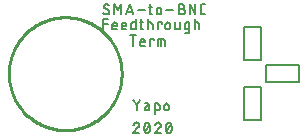
<source format=gto>
G04 EAGLE Gerber RS-274X export*
G75*
%MOMM*%
%FSLAX34Y34*%
%LPD*%
%INSilkscreen Top*%
%IPPOS*%
%AMOC8*
5,1,8,0,0,1.08239X$1,22.5*%
G01*
%ADD10C,0.127000*%
%ADD11C,0.254000*%


D10*
X86148Y126365D02*
X86234Y126367D01*
X86320Y126373D01*
X86406Y126382D01*
X86491Y126395D01*
X86576Y126412D01*
X86659Y126432D01*
X86742Y126456D01*
X86824Y126484D01*
X86904Y126515D01*
X86983Y126550D01*
X87060Y126588D01*
X87136Y126630D01*
X87210Y126674D01*
X87281Y126722D01*
X87351Y126773D01*
X87418Y126827D01*
X87483Y126884D01*
X87545Y126944D01*
X87605Y127006D01*
X87662Y127071D01*
X87716Y127138D01*
X87767Y127208D01*
X87815Y127279D01*
X87859Y127353D01*
X87901Y127429D01*
X87939Y127506D01*
X87974Y127585D01*
X88005Y127665D01*
X88033Y127747D01*
X88057Y127830D01*
X88077Y127913D01*
X88094Y127998D01*
X88107Y128083D01*
X88116Y128169D01*
X88122Y128255D01*
X88124Y128341D01*
X86148Y126365D02*
X86021Y126367D01*
X85895Y126373D01*
X85768Y126382D01*
X85642Y126396D01*
X85517Y126413D01*
X85392Y126434D01*
X85268Y126459D01*
X85144Y126488D01*
X85022Y126520D01*
X84900Y126556D01*
X84780Y126596D01*
X84661Y126639D01*
X84543Y126686D01*
X84427Y126737D01*
X84312Y126791D01*
X84199Y126848D01*
X84088Y126909D01*
X83979Y126973D01*
X83872Y127041D01*
X83766Y127111D01*
X83663Y127185D01*
X83563Y127262D01*
X83465Y127342D01*
X83369Y127425D01*
X83276Y127511D01*
X83185Y127600D01*
X83432Y133279D02*
X83434Y133365D01*
X83440Y133451D01*
X83449Y133537D01*
X83462Y133622D01*
X83479Y133707D01*
X83499Y133790D01*
X83523Y133873D01*
X83551Y133955D01*
X83582Y134035D01*
X83617Y134114D01*
X83655Y134191D01*
X83697Y134267D01*
X83741Y134341D01*
X83789Y134412D01*
X83840Y134482D01*
X83894Y134549D01*
X83951Y134614D01*
X84011Y134676D01*
X84073Y134736D01*
X84138Y134793D01*
X84205Y134847D01*
X84275Y134898D01*
X84346Y134946D01*
X84420Y134990D01*
X84496Y135032D01*
X84573Y135070D01*
X84652Y135105D01*
X84732Y135136D01*
X84814Y135164D01*
X84897Y135188D01*
X84980Y135208D01*
X85065Y135225D01*
X85150Y135238D01*
X85236Y135247D01*
X85322Y135253D01*
X85408Y135255D01*
X85527Y135253D01*
X85646Y135247D01*
X85765Y135238D01*
X85883Y135224D01*
X86001Y135207D01*
X86119Y135186D01*
X86235Y135161D01*
X86351Y135133D01*
X86466Y135101D01*
X86579Y135065D01*
X86692Y135025D01*
X86803Y134982D01*
X86913Y134936D01*
X87021Y134886D01*
X87127Y134832D01*
X87232Y134775D01*
X87334Y134715D01*
X87435Y134651D01*
X87534Y134584D01*
X87630Y134514D01*
X84420Y131551D02*
X84346Y131596D01*
X84274Y131645D01*
X84204Y131697D01*
X84137Y131752D01*
X84072Y131810D01*
X84010Y131870D01*
X83951Y131933D01*
X83894Y131999D01*
X83840Y132067D01*
X83789Y132137D01*
X83741Y132209D01*
X83696Y132284D01*
X83655Y132360D01*
X83617Y132438D01*
X83582Y132518D01*
X83551Y132599D01*
X83523Y132681D01*
X83499Y132764D01*
X83479Y132848D01*
X83462Y132934D01*
X83449Y133019D01*
X83440Y133106D01*
X83434Y133192D01*
X83432Y133279D01*
X87135Y130069D02*
X87209Y130024D01*
X87281Y129975D01*
X87351Y129923D01*
X87418Y129868D01*
X87483Y129810D01*
X87545Y129750D01*
X87605Y129687D01*
X87661Y129621D01*
X87715Y129553D01*
X87766Y129483D01*
X87814Y129411D01*
X87859Y129336D01*
X87900Y129260D01*
X87938Y129182D01*
X87973Y129102D01*
X88004Y129021D01*
X88032Y128939D01*
X88056Y128856D01*
X88076Y128772D01*
X88093Y128686D01*
X88106Y128601D01*
X88115Y128514D01*
X88121Y128428D01*
X88123Y128341D01*
X87136Y130069D02*
X84420Y131551D01*
X92445Y135255D02*
X92445Y126365D01*
X95408Y130316D02*
X92445Y135255D01*
X95408Y130316D02*
X98371Y135255D01*
X98371Y126365D01*
X102503Y126365D02*
X105466Y135255D01*
X108430Y126365D01*
X107689Y128588D02*
X103244Y128588D01*
X112257Y129822D02*
X118183Y129822D01*
X121568Y132292D02*
X124532Y132292D01*
X122556Y135255D02*
X122556Y127847D01*
X122558Y127772D01*
X122564Y127697D01*
X122573Y127623D01*
X122586Y127549D01*
X122603Y127476D01*
X122624Y127403D01*
X122648Y127332D01*
X122676Y127263D01*
X122707Y127194D01*
X122742Y127128D01*
X122780Y127063D01*
X122822Y127000D01*
X122866Y126940D01*
X122914Y126882D01*
X122964Y126826D01*
X123017Y126773D01*
X123073Y126723D01*
X123131Y126675D01*
X123191Y126631D01*
X123254Y126589D01*
X123319Y126551D01*
X123385Y126516D01*
X123454Y126485D01*
X123523Y126457D01*
X123594Y126433D01*
X123667Y126412D01*
X123740Y126395D01*
X123814Y126382D01*
X123888Y126373D01*
X123963Y126367D01*
X124038Y126365D01*
X124532Y126365D01*
X128180Y128341D02*
X128180Y130316D01*
X128179Y130316D02*
X128181Y130403D01*
X128187Y130491D01*
X128196Y130578D01*
X128210Y130664D01*
X128227Y130750D01*
X128248Y130834D01*
X128273Y130918D01*
X128302Y131001D01*
X128334Y131082D01*
X128369Y131162D01*
X128408Y131240D01*
X128451Y131317D01*
X128497Y131391D01*
X128546Y131463D01*
X128598Y131533D01*
X128654Y131601D01*
X128712Y131666D01*
X128773Y131729D01*
X128837Y131788D01*
X128904Y131845D01*
X128972Y131899D01*
X129044Y131950D01*
X129117Y131997D01*
X129192Y132042D01*
X129270Y132083D01*
X129349Y132120D01*
X129429Y132154D01*
X129511Y132184D01*
X129594Y132211D01*
X129679Y132234D01*
X129764Y132253D01*
X129850Y132268D01*
X129937Y132280D01*
X130024Y132288D01*
X130111Y132292D01*
X130199Y132292D01*
X130286Y132288D01*
X130373Y132280D01*
X130460Y132268D01*
X130546Y132253D01*
X130631Y132234D01*
X130716Y132211D01*
X130799Y132184D01*
X130881Y132154D01*
X130961Y132120D01*
X131040Y132083D01*
X131118Y132042D01*
X131193Y131997D01*
X131266Y131950D01*
X131338Y131899D01*
X131406Y131845D01*
X131473Y131788D01*
X131537Y131729D01*
X131598Y131666D01*
X131656Y131601D01*
X131712Y131533D01*
X131764Y131463D01*
X131813Y131391D01*
X131859Y131317D01*
X131902Y131240D01*
X131941Y131162D01*
X131976Y131082D01*
X132008Y131001D01*
X132037Y130918D01*
X132062Y130834D01*
X132083Y130750D01*
X132100Y130664D01*
X132114Y130578D01*
X132123Y130491D01*
X132129Y130403D01*
X132131Y130316D01*
X132131Y128341D01*
X132129Y128254D01*
X132123Y128166D01*
X132114Y128079D01*
X132100Y127993D01*
X132083Y127907D01*
X132062Y127823D01*
X132037Y127739D01*
X132008Y127656D01*
X131976Y127575D01*
X131941Y127495D01*
X131902Y127417D01*
X131859Y127340D01*
X131813Y127266D01*
X131764Y127194D01*
X131712Y127124D01*
X131656Y127056D01*
X131598Y126991D01*
X131537Y126928D01*
X131473Y126869D01*
X131406Y126812D01*
X131338Y126758D01*
X131266Y126707D01*
X131193Y126660D01*
X131118Y126615D01*
X131040Y126574D01*
X130961Y126537D01*
X130881Y126503D01*
X130799Y126473D01*
X130716Y126446D01*
X130631Y126423D01*
X130546Y126404D01*
X130460Y126389D01*
X130373Y126377D01*
X130286Y126369D01*
X130199Y126365D01*
X130111Y126365D01*
X130024Y126369D01*
X129937Y126377D01*
X129850Y126389D01*
X129764Y126404D01*
X129679Y126423D01*
X129594Y126446D01*
X129511Y126473D01*
X129429Y126503D01*
X129349Y126537D01*
X129270Y126574D01*
X129192Y126615D01*
X129117Y126660D01*
X129044Y126707D01*
X128972Y126758D01*
X128904Y126812D01*
X128837Y126869D01*
X128773Y126928D01*
X128712Y126991D01*
X128654Y127056D01*
X128598Y127124D01*
X128546Y127194D01*
X128497Y127266D01*
X128451Y127340D01*
X128408Y127417D01*
X128369Y127495D01*
X128334Y127575D01*
X128302Y127656D01*
X128273Y127739D01*
X128248Y127823D01*
X128227Y127907D01*
X128210Y127993D01*
X128196Y128079D01*
X128187Y128166D01*
X128181Y128254D01*
X128179Y128341D01*
X136336Y129822D02*
X142262Y129822D01*
X147062Y131304D02*
X149531Y131304D01*
X149531Y131303D02*
X149629Y131301D01*
X149727Y131295D01*
X149825Y131285D01*
X149922Y131272D01*
X150019Y131254D01*
X150115Y131233D01*
X150209Y131208D01*
X150303Y131179D01*
X150396Y131147D01*
X150487Y131110D01*
X150577Y131071D01*
X150665Y131027D01*
X150751Y130980D01*
X150836Y130930D01*
X150918Y130877D01*
X150998Y130820D01*
X151076Y130760D01*
X151151Y130697D01*
X151224Y130631D01*
X151294Y130562D01*
X151361Y130491D01*
X151426Y130417D01*
X151487Y130340D01*
X151546Y130261D01*
X151601Y130180D01*
X151653Y130097D01*
X151701Y130011D01*
X151746Y129924D01*
X151788Y129835D01*
X151826Y129745D01*
X151860Y129653D01*
X151891Y129560D01*
X151918Y129465D01*
X151941Y129370D01*
X151961Y129273D01*
X151976Y129177D01*
X151988Y129079D01*
X151996Y128981D01*
X152000Y128883D01*
X152000Y128785D01*
X151996Y128687D01*
X151988Y128589D01*
X151976Y128491D01*
X151961Y128395D01*
X151941Y128298D01*
X151918Y128203D01*
X151891Y128108D01*
X151860Y128015D01*
X151826Y127923D01*
X151788Y127833D01*
X151746Y127744D01*
X151701Y127657D01*
X151653Y127571D01*
X151601Y127488D01*
X151546Y127407D01*
X151487Y127328D01*
X151426Y127251D01*
X151361Y127177D01*
X151294Y127106D01*
X151224Y127037D01*
X151151Y126971D01*
X151076Y126908D01*
X150998Y126848D01*
X150918Y126791D01*
X150836Y126738D01*
X150751Y126688D01*
X150665Y126641D01*
X150577Y126597D01*
X150487Y126558D01*
X150396Y126521D01*
X150303Y126489D01*
X150209Y126460D01*
X150115Y126435D01*
X150019Y126414D01*
X149922Y126396D01*
X149825Y126383D01*
X149727Y126373D01*
X149629Y126367D01*
X149531Y126365D01*
X147062Y126365D01*
X147062Y135255D01*
X149531Y135255D01*
X149618Y135253D01*
X149706Y135247D01*
X149793Y135238D01*
X149879Y135224D01*
X149965Y135207D01*
X150049Y135186D01*
X150133Y135161D01*
X150216Y135132D01*
X150297Y135100D01*
X150377Y135065D01*
X150455Y135026D01*
X150532Y134983D01*
X150606Y134937D01*
X150678Y134888D01*
X150748Y134836D01*
X150816Y134780D01*
X150881Y134722D01*
X150944Y134661D01*
X151003Y134597D01*
X151060Y134530D01*
X151114Y134462D01*
X151165Y134390D01*
X151212Y134317D01*
X151257Y134242D01*
X151298Y134164D01*
X151335Y134085D01*
X151369Y134005D01*
X151399Y133923D01*
X151426Y133840D01*
X151449Y133755D01*
X151468Y133670D01*
X151483Y133584D01*
X151495Y133497D01*
X151503Y133410D01*
X151507Y133323D01*
X151507Y133235D01*
X151503Y133148D01*
X151495Y133061D01*
X151483Y132974D01*
X151468Y132888D01*
X151449Y132803D01*
X151426Y132718D01*
X151399Y132635D01*
X151369Y132553D01*
X151335Y132473D01*
X151298Y132394D01*
X151257Y132316D01*
X151212Y132241D01*
X151165Y132168D01*
X151114Y132096D01*
X151060Y132028D01*
X151003Y131961D01*
X150944Y131897D01*
X150881Y131836D01*
X150816Y131778D01*
X150748Y131722D01*
X150678Y131670D01*
X150606Y131621D01*
X150532Y131575D01*
X150455Y131532D01*
X150377Y131493D01*
X150297Y131458D01*
X150216Y131426D01*
X150133Y131397D01*
X150049Y131372D01*
X149965Y131351D01*
X149879Y131334D01*
X149793Y131320D01*
X149706Y131311D01*
X149618Y131305D01*
X149531Y131303D01*
X156032Y135255D02*
X156032Y126365D01*
X160971Y126365D02*
X156032Y135255D01*
X160971Y135255D02*
X160971Y126365D01*
X167422Y126365D02*
X169398Y126365D01*
X167422Y126365D02*
X167336Y126367D01*
X167250Y126373D01*
X167164Y126382D01*
X167079Y126395D01*
X166994Y126412D01*
X166911Y126432D01*
X166828Y126456D01*
X166746Y126484D01*
X166666Y126515D01*
X166587Y126550D01*
X166510Y126588D01*
X166434Y126630D01*
X166360Y126674D01*
X166289Y126722D01*
X166219Y126773D01*
X166152Y126827D01*
X166087Y126884D01*
X166025Y126944D01*
X165965Y127006D01*
X165908Y127071D01*
X165854Y127138D01*
X165803Y127208D01*
X165755Y127279D01*
X165711Y127353D01*
X165669Y127429D01*
X165631Y127506D01*
X165596Y127585D01*
X165565Y127665D01*
X165537Y127747D01*
X165513Y127830D01*
X165493Y127913D01*
X165476Y127998D01*
X165463Y128083D01*
X165454Y128169D01*
X165448Y128255D01*
X165446Y128341D01*
X165447Y128341D02*
X165447Y133279D01*
X165446Y133279D02*
X165448Y133368D01*
X165454Y133456D01*
X165464Y133544D01*
X165478Y133632D01*
X165496Y133719D01*
X165517Y133805D01*
X165543Y133890D01*
X165572Y133973D01*
X165605Y134056D01*
X165642Y134136D01*
X165682Y134215D01*
X165726Y134292D01*
X165773Y134368D01*
X165823Y134440D01*
X165877Y134511D01*
X165934Y134579D01*
X165994Y134645D01*
X166056Y134707D01*
X166122Y134767D01*
X166190Y134824D01*
X166261Y134878D01*
X166333Y134928D01*
X166408Y134975D01*
X166486Y135019D01*
X166565Y135059D01*
X166645Y135096D01*
X166728Y135129D01*
X166811Y135158D01*
X166896Y135184D01*
X166982Y135205D01*
X167069Y135223D01*
X167157Y135237D01*
X167245Y135247D01*
X167333Y135253D01*
X167422Y135255D01*
X169398Y135255D01*
X83185Y122555D02*
X83185Y113665D01*
X83185Y122555D02*
X87136Y122555D01*
X87136Y118604D02*
X83185Y118604D01*
X92148Y113665D02*
X94617Y113665D01*
X92148Y113665D02*
X92073Y113667D01*
X91998Y113673D01*
X91924Y113682D01*
X91850Y113695D01*
X91777Y113712D01*
X91704Y113733D01*
X91633Y113757D01*
X91564Y113785D01*
X91495Y113816D01*
X91429Y113851D01*
X91364Y113889D01*
X91301Y113931D01*
X91241Y113975D01*
X91183Y114023D01*
X91127Y114073D01*
X91074Y114126D01*
X91024Y114182D01*
X90976Y114240D01*
X90932Y114300D01*
X90890Y114363D01*
X90852Y114428D01*
X90817Y114494D01*
X90786Y114563D01*
X90758Y114632D01*
X90734Y114703D01*
X90713Y114776D01*
X90696Y114849D01*
X90683Y114923D01*
X90674Y114997D01*
X90668Y115072D01*
X90666Y115147D01*
X90666Y117616D01*
X90668Y117703D01*
X90674Y117791D01*
X90683Y117878D01*
X90697Y117964D01*
X90714Y118050D01*
X90735Y118134D01*
X90760Y118218D01*
X90789Y118301D01*
X90821Y118382D01*
X90856Y118462D01*
X90895Y118540D01*
X90938Y118617D01*
X90984Y118691D01*
X91033Y118763D01*
X91085Y118833D01*
X91141Y118901D01*
X91199Y118966D01*
X91260Y119029D01*
X91324Y119088D01*
X91391Y119145D01*
X91459Y119199D01*
X91531Y119250D01*
X91604Y119297D01*
X91679Y119342D01*
X91757Y119383D01*
X91836Y119420D01*
X91916Y119454D01*
X91998Y119484D01*
X92081Y119511D01*
X92166Y119534D01*
X92251Y119553D01*
X92337Y119568D01*
X92424Y119580D01*
X92511Y119588D01*
X92598Y119592D01*
X92686Y119592D01*
X92773Y119588D01*
X92860Y119580D01*
X92947Y119568D01*
X93033Y119553D01*
X93118Y119534D01*
X93203Y119511D01*
X93286Y119484D01*
X93368Y119454D01*
X93448Y119420D01*
X93527Y119383D01*
X93605Y119342D01*
X93680Y119297D01*
X93753Y119250D01*
X93825Y119199D01*
X93893Y119145D01*
X93960Y119088D01*
X94024Y119029D01*
X94085Y118966D01*
X94143Y118901D01*
X94199Y118833D01*
X94251Y118763D01*
X94300Y118691D01*
X94346Y118617D01*
X94389Y118540D01*
X94428Y118462D01*
X94463Y118382D01*
X94495Y118301D01*
X94524Y118218D01*
X94549Y118134D01*
X94570Y118050D01*
X94587Y117964D01*
X94601Y117878D01*
X94610Y117791D01*
X94616Y117703D01*
X94618Y117616D01*
X94617Y117616D02*
X94617Y116628D01*
X90666Y116628D01*
X100073Y113665D02*
X102542Y113665D01*
X100073Y113665D02*
X99998Y113667D01*
X99923Y113673D01*
X99849Y113682D01*
X99775Y113695D01*
X99702Y113712D01*
X99629Y113733D01*
X99558Y113757D01*
X99489Y113785D01*
X99420Y113816D01*
X99354Y113851D01*
X99289Y113889D01*
X99226Y113931D01*
X99166Y113975D01*
X99108Y114023D01*
X99052Y114073D01*
X98999Y114126D01*
X98949Y114182D01*
X98901Y114240D01*
X98857Y114300D01*
X98815Y114363D01*
X98777Y114428D01*
X98742Y114494D01*
X98711Y114563D01*
X98683Y114632D01*
X98659Y114703D01*
X98638Y114776D01*
X98621Y114849D01*
X98608Y114923D01*
X98599Y114997D01*
X98593Y115072D01*
X98591Y115147D01*
X98591Y117616D01*
X98590Y117616D02*
X98592Y117703D01*
X98598Y117791D01*
X98607Y117878D01*
X98621Y117964D01*
X98638Y118050D01*
X98659Y118134D01*
X98684Y118218D01*
X98713Y118301D01*
X98745Y118382D01*
X98780Y118462D01*
X98819Y118540D01*
X98862Y118617D01*
X98908Y118691D01*
X98957Y118763D01*
X99009Y118833D01*
X99065Y118901D01*
X99123Y118966D01*
X99184Y119029D01*
X99248Y119088D01*
X99315Y119145D01*
X99383Y119199D01*
X99455Y119250D01*
X99528Y119297D01*
X99603Y119342D01*
X99681Y119383D01*
X99760Y119420D01*
X99840Y119454D01*
X99922Y119484D01*
X100005Y119511D01*
X100090Y119534D01*
X100175Y119553D01*
X100261Y119568D01*
X100348Y119580D01*
X100435Y119588D01*
X100522Y119592D01*
X100610Y119592D01*
X100697Y119588D01*
X100784Y119580D01*
X100871Y119568D01*
X100957Y119553D01*
X101042Y119534D01*
X101127Y119511D01*
X101210Y119484D01*
X101292Y119454D01*
X101372Y119420D01*
X101451Y119383D01*
X101529Y119342D01*
X101604Y119297D01*
X101677Y119250D01*
X101749Y119199D01*
X101817Y119145D01*
X101884Y119088D01*
X101948Y119029D01*
X102009Y118966D01*
X102067Y118901D01*
X102123Y118833D01*
X102175Y118763D01*
X102224Y118691D01*
X102270Y118617D01*
X102313Y118540D01*
X102352Y118462D01*
X102387Y118382D01*
X102419Y118301D01*
X102448Y118218D01*
X102473Y118134D01*
X102494Y118050D01*
X102511Y117964D01*
X102525Y117878D01*
X102534Y117791D01*
X102540Y117703D01*
X102542Y117616D01*
X102542Y116628D01*
X98591Y116628D01*
X110406Y113665D02*
X110406Y122555D01*
X110406Y113665D02*
X107937Y113665D01*
X107862Y113667D01*
X107787Y113673D01*
X107713Y113682D01*
X107639Y113695D01*
X107566Y113712D01*
X107493Y113733D01*
X107422Y113757D01*
X107353Y113785D01*
X107284Y113816D01*
X107218Y113851D01*
X107153Y113889D01*
X107090Y113931D01*
X107030Y113975D01*
X106972Y114023D01*
X106916Y114073D01*
X106863Y114126D01*
X106813Y114182D01*
X106765Y114240D01*
X106721Y114300D01*
X106679Y114363D01*
X106641Y114428D01*
X106606Y114494D01*
X106575Y114563D01*
X106547Y114632D01*
X106523Y114703D01*
X106502Y114776D01*
X106485Y114849D01*
X106472Y114923D01*
X106463Y114997D01*
X106457Y115072D01*
X106455Y115147D01*
X106455Y118110D01*
X106457Y118185D01*
X106463Y118260D01*
X106472Y118334D01*
X106485Y118408D01*
X106502Y118481D01*
X106523Y118554D01*
X106547Y118625D01*
X106575Y118694D01*
X106606Y118763D01*
X106641Y118829D01*
X106679Y118894D01*
X106721Y118957D01*
X106765Y119017D01*
X106813Y119075D01*
X106863Y119131D01*
X106916Y119184D01*
X106972Y119234D01*
X107030Y119282D01*
X107090Y119326D01*
X107153Y119368D01*
X107218Y119406D01*
X107284Y119441D01*
X107353Y119472D01*
X107422Y119500D01*
X107493Y119524D01*
X107566Y119545D01*
X107639Y119562D01*
X107713Y119575D01*
X107787Y119584D01*
X107862Y119590D01*
X107937Y119592D01*
X110406Y119592D01*
X113925Y119592D02*
X116889Y119592D01*
X114913Y122555D02*
X114913Y115147D01*
X114915Y115072D01*
X114921Y114997D01*
X114930Y114923D01*
X114943Y114849D01*
X114960Y114776D01*
X114981Y114703D01*
X115005Y114632D01*
X115033Y114563D01*
X115064Y114494D01*
X115099Y114428D01*
X115137Y114363D01*
X115179Y114300D01*
X115223Y114240D01*
X115271Y114182D01*
X115321Y114126D01*
X115374Y114073D01*
X115430Y114023D01*
X115488Y113975D01*
X115548Y113931D01*
X115611Y113889D01*
X115676Y113851D01*
X115742Y113816D01*
X115811Y113785D01*
X115880Y113757D01*
X115951Y113733D01*
X116024Y113712D01*
X116097Y113695D01*
X116171Y113682D01*
X116245Y113673D01*
X116320Y113667D01*
X116395Y113665D01*
X116889Y113665D01*
X120841Y113665D02*
X120841Y122555D01*
X120841Y119592D02*
X123311Y119592D01*
X123386Y119590D01*
X123461Y119584D01*
X123535Y119575D01*
X123609Y119562D01*
X123682Y119545D01*
X123755Y119524D01*
X123826Y119500D01*
X123895Y119472D01*
X123964Y119441D01*
X124030Y119406D01*
X124095Y119368D01*
X124158Y119326D01*
X124218Y119282D01*
X124276Y119234D01*
X124332Y119184D01*
X124385Y119131D01*
X124435Y119075D01*
X124483Y119017D01*
X124527Y118957D01*
X124569Y118894D01*
X124607Y118829D01*
X124642Y118763D01*
X124673Y118694D01*
X124701Y118625D01*
X124725Y118554D01*
X124746Y118481D01*
X124763Y118408D01*
X124776Y118334D01*
X124785Y118260D01*
X124791Y118185D01*
X124793Y118110D01*
X124792Y118110D02*
X124792Y113665D01*
X129444Y113665D02*
X129444Y119592D01*
X132407Y119592D01*
X132407Y118604D01*
X135472Y117616D02*
X135472Y115641D01*
X135471Y117616D02*
X135473Y117703D01*
X135479Y117791D01*
X135488Y117878D01*
X135502Y117964D01*
X135519Y118050D01*
X135540Y118134D01*
X135565Y118218D01*
X135594Y118301D01*
X135626Y118382D01*
X135661Y118462D01*
X135700Y118540D01*
X135743Y118617D01*
X135789Y118691D01*
X135838Y118763D01*
X135890Y118833D01*
X135946Y118901D01*
X136004Y118966D01*
X136065Y119029D01*
X136129Y119088D01*
X136196Y119145D01*
X136264Y119199D01*
X136336Y119250D01*
X136409Y119297D01*
X136484Y119342D01*
X136562Y119383D01*
X136641Y119420D01*
X136721Y119454D01*
X136803Y119484D01*
X136886Y119511D01*
X136971Y119534D01*
X137056Y119553D01*
X137142Y119568D01*
X137229Y119580D01*
X137316Y119588D01*
X137403Y119592D01*
X137491Y119592D01*
X137578Y119588D01*
X137665Y119580D01*
X137752Y119568D01*
X137838Y119553D01*
X137923Y119534D01*
X138008Y119511D01*
X138091Y119484D01*
X138173Y119454D01*
X138253Y119420D01*
X138332Y119383D01*
X138410Y119342D01*
X138485Y119297D01*
X138558Y119250D01*
X138630Y119199D01*
X138698Y119145D01*
X138765Y119088D01*
X138829Y119029D01*
X138890Y118966D01*
X138948Y118901D01*
X139004Y118833D01*
X139056Y118763D01*
X139105Y118691D01*
X139151Y118617D01*
X139194Y118540D01*
X139233Y118462D01*
X139268Y118382D01*
X139300Y118301D01*
X139329Y118218D01*
X139354Y118134D01*
X139375Y118050D01*
X139392Y117964D01*
X139406Y117878D01*
X139415Y117791D01*
X139421Y117703D01*
X139423Y117616D01*
X139423Y115641D01*
X139421Y115554D01*
X139415Y115466D01*
X139406Y115379D01*
X139392Y115293D01*
X139375Y115207D01*
X139354Y115123D01*
X139329Y115039D01*
X139300Y114956D01*
X139268Y114875D01*
X139233Y114795D01*
X139194Y114717D01*
X139151Y114640D01*
X139105Y114566D01*
X139056Y114494D01*
X139004Y114424D01*
X138948Y114356D01*
X138890Y114291D01*
X138829Y114228D01*
X138765Y114169D01*
X138698Y114112D01*
X138630Y114058D01*
X138558Y114007D01*
X138485Y113960D01*
X138410Y113915D01*
X138332Y113874D01*
X138253Y113837D01*
X138173Y113803D01*
X138091Y113773D01*
X138008Y113746D01*
X137923Y113723D01*
X137838Y113704D01*
X137752Y113689D01*
X137665Y113677D01*
X137578Y113669D01*
X137491Y113665D01*
X137403Y113665D01*
X137316Y113669D01*
X137229Y113677D01*
X137142Y113689D01*
X137056Y113704D01*
X136971Y113723D01*
X136886Y113746D01*
X136803Y113773D01*
X136721Y113803D01*
X136641Y113837D01*
X136562Y113874D01*
X136484Y113915D01*
X136409Y113960D01*
X136336Y114007D01*
X136264Y114058D01*
X136196Y114112D01*
X136129Y114169D01*
X136065Y114228D01*
X136004Y114291D01*
X135946Y114356D01*
X135890Y114424D01*
X135838Y114494D01*
X135789Y114566D01*
X135743Y114640D01*
X135700Y114717D01*
X135661Y114795D01*
X135626Y114875D01*
X135594Y114956D01*
X135565Y115039D01*
X135540Y115123D01*
X135519Y115207D01*
X135502Y115293D01*
X135488Y115379D01*
X135479Y115466D01*
X135473Y115554D01*
X135471Y115641D01*
X143701Y115147D02*
X143701Y119592D01*
X143701Y115147D02*
X143703Y115072D01*
X143709Y114997D01*
X143718Y114923D01*
X143731Y114849D01*
X143748Y114776D01*
X143769Y114703D01*
X143793Y114632D01*
X143821Y114563D01*
X143852Y114494D01*
X143887Y114428D01*
X143925Y114363D01*
X143967Y114300D01*
X144011Y114240D01*
X144059Y114182D01*
X144109Y114126D01*
X144162Y114073D01*
X144218Y114023D01*
X144276Y113975D01*
X144336Y113931D01*
X144399Y113889D01*
X144464Y113851D01*
X144530Y113816D01*
X144599Y113785D01*
X144668Y113757D01*
X144739Y113733D01*
X144812Y113712D01*
X144885Y113695D01*
X144959Y113682D01*
X145033Y113673D01*
X145108Y113667D01*
X145183Y113665D01*
X147652Y113665D01*
X147652Y119592D01*
X153352Y113665D02*
X155821Y113665D01*
X153352Y113665D02*
X153277Y113667D01*
X153202Y113673D01*
X153128Y113682D01*
X153054Y113695D01*
X152981Y113712D01*
X152908Y113733D01*
X152837Y113757D01*
X152768Y113785D01*
X152699Y113816D01*
X152633Y113851D01*
X152568Y113889D01*
X152505Y113931D01*
X152445Y113975D01*
X152387Y114023D01*
X152331Y114073D01*
X152278Y114126D01*
X152228Y114182D01*
X152180Y114240D01*
X152136Y114300D01*
X152094Y114363D01*
X152056Y114428D01*
X152021Y114494D01*
X151990Y114563D01*
X151962Y114632D01*
X151938Y114703D01*
X151917Y114776D01*
X151900Y114849D01*
X151887Y114923D01*
X151878Y114997D01*
X151872Y115072D01*
X151870Y115147D01*
X151870Y118110D01*
X151872Y118185D01*
X151878Y118260D01*
X151887Y118334D01*
X151900Y118408D01*
X151917Y118481D01*
X151938Y118554D01*
X151962Y118625D01*
X151990Y118694D01*
X152021Y118763D01*
X152056Y118829D01*
X152094Y118894D01*
X152136Y118957D01*
X152180Y119017D01*
X152228Y119075D01*
X152278Y119131D01*
X152331Y119184D01*
X152387Y119234D01*
X152445Y119282D01*
X152505Y119326D01*
X152568Y119368D01*
X152633Y119406D01*
X152699Y119441D01*
X152768Y119472D01*
X152837Y119500D01*
X152908Y119524D01*
X152981Y119545D01*
X153054Y119562D01*
X153128Y119575D01*
X153202Y119584D01*
X153277Y119590D01*
X153352Y119592D01*
X155821Y119592D01*
X155821Y112183D01*
X155822Y112183D02*
X155820Y112108D01*
X155814Y112033D01*
X155805Y111959D01*
X155792Y111885D01*
X155775Y111812D01*
X155754Y111739D01*
X155730Y111668D01*
X155702Y111599D01*
X155671Y111530D01*
X155636Y111464D01*
X155598Y111399D01*
X155556Y111336D01*
X155512Y111276D01*
X155464Y111218D01*
X155414Y111162D01*
X155361Y111109D01*
X155305Y111059D01*
X155247Y111011D01*
X155187Y110967D01*
X155124Y110925D01*
X155059Y110887D01*
X154993Y110852D01*
X154924Y110821D01*
X154855Y110793D01*
X154784Y110769D01*
X154711Y110748D01*
X154638Y110731D01*
X154564Y110718D01*
X154490Y110709D01*
X154415Y110703D01*
X154340Y110701D01*
X154340Y110702D02*
X152364Y110702D01*
X160465Y113665D02*
X160465Y122555D01*
X160465Y119592D02*
X162934Y119592D01*
X163009Y119590D01*
X163084Y119584D01*
X163158Y119575D01*
X163232Y119562D01*
X163305Y119545D01*
X163378Y119524D01*
X163449Y119500D01*
X163518Y119472D01*
X163587Y119441D01*
X163653Y119406D01*
X163718Y119368D01*
X163781Y119326D01*
X163841Y119282D01*
X163899Y119234D01*
X163955Y119184D01*
X164008Y119131D01*
X164058Y119075D01*
X164106Y119017D01*
X164150Y118957D01*
X164192Y118894D01*
X164230Y118829D01*
X164265Y118763D01*
X164296Y118694D01*
X164324Y118625D01*
X164348Y118554D01*
X164369Y118481D01*
X164386Y118408D01*
X164399Y118334D01*
X164408Y118260D01*
X164414Y118185D01*
X164416Y118110D01*
X164416Y113665D01*
X108514Y108585D02*
X108514Y99695D01*
X106045Y108585D02*
X110984Y108585D01*
X115945Y99695D02*
X118415Y99695D01*
X115945Y99695D02*
X115870Y99697D01*
X115795Y99703D01*
X115721Y99712D01*
X115647Y99725D01*
X115574Y99742D01*
X115501Y99763D01*
X115430Y99787D01*
X115361Y99815D01*
X115292Y99846D01*
X115226Y99881D01*
X115161Y99919D01*
X115098Y99961D01*
X115038Y100005D01*
X114980Y100053D01*
X114924Y100103D01*
X114871Y100156D01*
X114821Y100212D01*
X114773Y100270D01*
X114729Y100330D01*
X114687Y100393D01*
X114649Y100458D01*
X114614Y100524D01*
X114583Y100593D01*
X114555Y100662D01*
X114531Y100733D01*
X114510Y100806D01*
X114493Y100879D01*
X114480Y100953D01*
X114471Y101027D01*
X114465Y101102D01*
X114463Y101177D01*
X114464Y101177D02*
X114464Y103646D01*
X114463Y103646D02*
X114465Y103733D01*
X114471Y103821D01*
X114480Y103908D01*
X114494Y103994D01*
X114511Y104080D01*
X114532Y104164D01*
X114557Y104248D01*
X114586Y104331D01*
X114618Y104412D01*
X114653Y104492D01*
X114692Y104570D01*
X114735Y104647D01*
X114781Y104721D01*
X114830Y104793D01*
X114882Y104863D01*
X114938Y104931D01*
X114996Y104996D01*
X115057Y105059D01*
X115121Y105118D01*
X115188Y105175D01*
X115256Y105229D01*
X115328Y105280D01*
X115401Y105327D01*
X115476Y105372D01*
X115554Y105413D01*
X115633Y105450D01*
X115713Y105484D01*
X115795Y105514D01*
X115878Y105541D01*
X115963Y105564D01*
X116048Y105583D01*
X116134Y105598D01*
X116221Y105610D01*
X116308Y105618D01*
X116395Y105622D01*
X116483Y105622D01*
X116570Y105618D01*
X116657Y105610D01*
X116744Y105598D01*
X116830Y105583D01*
X116915Y105564D01*
X117000Y105541D01*
X117083Y105514D01*
X117165Y105484D01*
X117245Y105450D01*
X117324Y105413D01*
X117402Y105372D01*
X117477Y105327D01*
X117550Y105280D01*
X117622Y105229D01*
X117690Y105175D01*
X117757Y105118D01*
X117821Y105059D01*
X117882Y104996D01*
X117940Y104931D01*
X117996Y104863D01*
X118048Y104793D01*
X118097Y104721D01*
X118143Y104647D01*
X118186Y104570D01*
X118225Y104492D01*
X118260Y104412D01*
X118292Y104331D01*
X118321Y104248D01*
X118346Y104164D01*
X118367Y104080D01*
X118384Y103994D01*
X118398Y103908D01*
X118407Y103821D01*
X118413Y103733D01*
X118415Y103646D01*
X118415Y102658D01*
X114464Y102658D01*
X122761Y99695D02*
X122761Y105622D01*
X125725Y105622D01*
X125725Y104634D01*
X129325Y105622D02*
X129325Y99695D01*
X129325Y105622D02*
X133770Y105622D01*
X133845Y105620D01*
X133920Y105614D01*
X133994Y105605D01*
X134068Y105592D01*
X134141Y105575D01*
X134214Y105554D01*
X134285Y105530D01*
X134354Y105502D01*
X134423Y105471D01*
X134489Y105436D01*
X134554Y105398D01*
X134617Y105356D01*
X134677Y105312D01*
X134735Y105264D01*
X134791Y105214D01*
X134844Y105161D01*
X134894Y105105D01*
X134942Y105047D01*
X134986Y104987D01*
X135028Y104924D01*
X135066Y104859D01*
X135101Y104793D01*
X135132Y104724D01*
X135160Y104655D01*
X135184Y104584D01*
X135205Y104511D01*
X135222Y104438D01*
X135235Y104364D01*
X135244Y104290D01*
X135250Y104215D01*
X135252Y104140D01*
X135252Y99695D01*
X132289Y99695D02*
X132289Y105622D01*
X108585Y53975D02*
X111548Y49777D01*
X114512Y53975D01*
X111548Y49777D02*
X111548Y45085D01*
X119775Y48542D02*
X121998Y48542D01*
X119775Y48543D02*
X119693Y48541D01*
X119611Y48535D01*
X119529Y48525D01*
X119448Y48512D01*
X119367Y48494D01*
X119288Y48473D01*
X119209Y48448D01*
X119132Y48419D01*
X119057Y48387D01*
X118983Y48351D01*
X118911Y48311D01*
X118840Y48269D01*
X118772Y48222D01*
X118706Y48173D01*
X118643Y48121D01*
X118582Y48065D01*
X118524Y48007D01*
X118468Y47946D01*
X118416Y47883D01*
X118367Y47817D01*
X118320Y47749D01*
X118278Y47679D01*
X118238Y47606D01*
X118202Y47532D01*
X118170Y47457D01*
X118141Y47380D01*
X118116Y47301D01*
X118095Y47222D01*
X118077Y47141D01*
X118064Y47060D01*
X118054Y46978D01*
X118048Y46896D01*
X118046Y46814D01*
X118048Y46732D01*
X118054Y46650D01*
X118064Y46568D01*
X118077Y46487D01*
X118095Y46406D01*
X118116Y46327D01*
X118141Y46248D01*
X118170Y46171D01*
X118202Y46096D01*
X118238Y46022D01*
X118278Y45950D01*
X118320Y45879D01*
X118367Y45811D01*
X118416Y45745D01*
X118468Y45682D01*
X118524Y45621D01*
X118582Y45563D01*
X118643Y45507D01*
X118706Y45455D01*
X118772Y45406D01*
X118840Y45359D01*
X118910Y45317D01*
X118983Y45277D01*
X119057Y45241D01*
X119132Y45209D01*
X119209Y45180D01*
X119288Y45155D01*
X119367Y45134D01*
X119448Y45116D01*
X119529Y45103D01*
X119611Y45093D01*
X119693Y45087D01*
X119775Y45085D01*
X121998Y45085D01*
X121998Y49530D01*
X121996Y49605D01*
X121990Y49680D01*
X121981Y49754D01*
X121968Y49828D01*
X121951Y49901D01*
X121930Y49974D01*
X121906Y50045D01*
X121878Y50114D01*
X121847Y50183D01*
X121812Y50249D01*
X121774Y50314D01*
X121732Y50377D01*
X121688Y50437D01*
X121640Y50495D01*
X121590Y50551D01*
X121537Y50604D01*
X121481Y50654D01*
X121423Y50702D01*
X121363Y50746D01*
X121300Y50788D01*
X121235Y50826D01*
X121169Y50861D01*
X121100Y50892D01*
X121031Y50920D01*
X120960Y50944D01*
X120887Y50965D01*
X120814Y50982D01*
X120740Y50995D01*
X120666Y51004D01*
X120591Y51010D01*
X120516Y51012D01*
X118541Y51012D01*
X126702Y51012D02*
X126702Y42122D01*
X126702Y51012D02*
X129171Y51012D01*
X129246Y51010D01*
X129321Y51004D01*
X129395Y50995D01*
X129469Y50982D01*
X129542Y50965D01*
X129615Y50944D01*
X129686Y50920D01*
X129755Y50892D01*
X129824Y50861D01*
X129890Y50826D01*
X129955Y50788D01*
X130018Y50746D01*
X130078Y50702D01*
X130136Y50654D01*
X130192Y50604D01*
X130245Y50551D01*
X130295Y50495D01*
X130343Y50437D01*
X130387Y50377D01*
X130429Y50314D01*
X130467Y50249D01*
X130502Y50183D01*
X130533Y50114D01*
X130561Y50045D01*
X130585Y49974D01*
X130606Y49901D01*
X130623Y49828D01*
X130636Y49754D01*
X130645Y49680D01*
X130651Y49605D01*
X130653Y49530D01*
X130653Y46567D01*
X130651Y46492D01*
X130645Y46417D01*
X130636Y46343D01*
X130623Y46269D01*
X130606Y46196D01*
X130585Y46123D01*
X130561Y46052D01*
X130533Y45983D01*
X130502Y45914D01*
X130467Y45848D01*
X130429Y45783D01*
X130387Y45720D01*
X130343Y45660D01*
X130295Y45602D01*
X130245Y45546D01*
X130192Y45493D01*
X130136Y45443D01*
X130078Y45395D01*
X130018Y45351D01*
X129955Y45309D01*
X129890Y45271D01*
X129824Y45236D01*
X129755Y45205D01*
X129686Y45177D01*
X129615Y45153D01*
X129542Y45132D01*
X129469Y45115D01*
X129395Y45102D01*
X129321Y45093D01*
X129246Y45087D01*
X129171Y45085D01*
X126702Y45085D01*
X134566Y47061D02*
X134566Y49036D01*
X134568Y49123D01*
X134574Y49211D01*
X134583Y49298D01*
X134597Y49384D01*
X134614Y49470D01*
X134635Y49554D01*
X134660Y49638D01*
X134689Y49721D01*
X134721Y49802D01*
X134756Y49882D01*
X134795Y49960D01*
X134838Y50037D01*
X134884Y50111D01*
X134933Y50183D01*
X134985Y50253D01*
X135041Y50321D01*
X135099Y50386D01*
X135160Y50449D01*
X135224Y50508D01*
X135291Y50565D01*
X135359Y50619D01*
X135431Y50670D01*
X135504Y50717D01*
X135579Y50762D01*
X135657Y50803D01*
X135736Y50840D01*
X135816Y50874D01*
X135898Y50904D01*
X135981Y50931D01*
X136066Y50954D01*
X136151Y50973D01*
X136237Y50988D01*
X136324Y51000D01*
X136411Y51008D01*
X136498Y51012D01*
X136586Y51012D01*
X136673Y51008D01*
X136760Y51000D01*
X136847Y50988D01*
X136933Y50973D01*
X137018Y50954D01*
X137103Y50931D01*
X137186Y50904D01*
X137268Y50874D01*
X137348Y50840D01*
X137427Y50803D01*
X137505Y50762D01*
X137580Y50717D01*
X137653Y50670D01*
X137725Y50619D01*
X137793Y50565D01*
X137860Y50508D01*
X137924Y50449D01*
X137985Y50386D01*
X138043Y50321D01*
X138099Y50253D01*
X138151Y50183D01*
X138200Y50111D01*
X138246Y50037D01*
X138289Y49960D01*
X138328Y49882D01*
X138363Y49802D01*
X138395Y49721D01*
X138424Y49638D01*
X138449Y49554D01*
X138470Y49470D01*
X138487Y49384D01*
X138501Y49298D01*
X138510Y49211D01*
X138516Y49123D01*
X138518Y49036D01*
X138517Y49036D02*
X138517Y47061D01*
X138518Y47061D02*
X138516Y46974D01*
X138510Y46886D01*
X138501Y46799D01*
X138487Y46713D01*
X138470Y46627D01*
X138449Y46543D01*
X138424Y46459D01*
X138395Y46376D01*
X138363Y46295D01*
X138328Y46215D01*
X138289Y46137D01*
X138246Y46060D01*
X138200Y45986D01*
X138151Y45914D01*
X138099Y45844D01*
X138043Y45776D01*
X137985Y45711D01*
X137924Y45648D01*
X137860Y45589D01*
X137793Y45532D01*
X137725Y45478D01*
X137653Y45427D01*
X137580Y45380D01*
X137505Y45335D01*
X137427Y45294D01*
X137348Y45257D01*
X137268Y45223D01*
X137186Y45193D01*
X137103Y45166D01*
X137018Y45143D01*
X136933Y45124D01*
X136847Y45109D01*
X136760Y45097D01*
X136673Y45089D01*
X136586Y45085D01*
X136498Y45085D01*
X136411Y45089D01*
X136324Y45097D01*
X136237Y45109D01*
X136151Y45124D01*
X136066Y45143D01*
X135981Y45166D01*
X135898Y45193D01*
X135816Y45223D01*
X135736Y45257D01*
X135657Y45294D01*
X135579Y45335D01*
X135504Y45380D01*
X135431Y45427D01*
X135359Y45478D01*
X135291Y45532D01*
X135224Y45589D01*
X135160Y45648D01*
X135099Y45711D01*
X135041Y45776D01*
X134985Y45844D01*
X134933Y45914D01*
X134884Y45986D01*
X134838Y46060D01*
X134795Y46137D01*
X134756Y46215D01*
X134721Y46295D01*
X134689Y46376D01*
X134660Y46459D01*
X134635Y46543D01*
X134614Y46627D01*
X134597Y46713D01*
X134583Y46799D01*
X134574Y46886D01*
X134568Y46974D01*
X134566Y47061D01*
X113524Y32703D02*
X113522Y32795D01*
X113516Y32887D01*
X113507Y32978D01*
X113494Y33069D01*
X113477Y33159D01*
X113456Y33249D01*
X113432Y33337D01*
X113404Y33425D01*
X113372Y33511D01*
X113337Y33596D01*
X113298Y33679D01*
X113256Y33761D01*
X113211Y33841D01*
X113162Y33919D01*
X113110Y33995D01*
X113055Y34068D01*
X112997Y34140D01*
X112937Y34209D01*
X112873Y34275D01*
X112807Y34339D01*
X112738Y34399D01*
X112666Y34457D01*
X112593Y34512D01*
X112517Y34564D01*
X112439Y34613D01*
X112359Y34658D01*
X112277Y34700D01*
X112194Y34739D01*
X112109Y34774D01*
X112023Y34806D01*
X111935Y34834D01*
X111847Y34858D01*
X111757Y34879D01*
X111667Y34896D01*
X111576Y34909D01*
X111485Y34918D01*
X111393Y34924D01*
X111301Y34926D01*
X111301Y34925D02*
X111195Y34923D01*
X111090Y34917D01*
X110985Y34907D01*
X110880Y34894D01*
X110776Y34876D01*
X110673Y34855D01*
X110570Y34830D01*
X110468Y34801D01*
X110368Y34768D01*
X110269Y34732D01*
X110171Y34692D01*
X110075Y34648D01*
X109980Y34601D01*
X109888Y34551D01*
X109797Y34497D01*
X109708Y34439D01*
X109622Y34379D01*
X109538Y34315D01*
X109456Y34249D01*
X109376Y34179D01*
X109300Y34106D01*
X109226Y34031D01*
X109155Y33953D01*
X109087Y33872D01*
X109021Y33789D01*
X108959Y33703D01*
X108901Y33616D01*
X108845Y33526D01*
X108793Y33434D01*
X108744Y33340D01*
X108699Y33245D01*
X108657Y33148D01*
X108619Y33049D01*
X108585Y32950D01*
X112783Y30974D02*
X112852Y31043D01*
X112918Y31113D01*
X112981Y31187D01*
X113040Y31263D01*
X113097Y31341D01*
X113151Y31421D01*
X113201Y31504D01*
X113248Y31588D01*
X113291Y31675D01*
X113331Y31763D01*
X113367Y31852D01*
X113400Y31943D01*
X113429Y32035D01*
X113454Y32129D01*
X113475Y32223D01*
X113493Y32318D01*
X113506Y32414D01*
X113516Y32510D01*
X113522Y32606D01*
X113524Y32703D01*
X112783Y30974D02*
X108585Y26035D01*
X113524Y26035D01*
X117729Y30480D02*
X117731Y30655D01*
X117737Y30830D01*
X117748Y31004D01*
X117762Y31179D01*
X117781Y31352D01*
X117804Y31526D01*
X117831Y31699D01*
X117862Y31871D01*
X117897Y32042D01*
X117937Y32212D01*
X117980Y32382D01*
X118028Y32550D01*
X118079Y32717D01*
X118134Y32883D01*
X118194Y33048D01*
X118257Y33211D01*
X118324Y33372D01*
X118395Y33532D01*
X118470Y33690D01*
X118470Y33691D02*
X118499Y33769D01*
X118531Y33847D01*
X118568Y33922D01*
X118607Y33996D01*
X118650Y34068D01*
X118696Y34139D01*
X118746Y34206D01*
X118798Y34272D01*
X118853Y34335D01*
X118912Y34395D01*
X118973Y34453D01*
X119036Y34508D01*
X119102Y34560D01*
X119171Y34609D01*
X119241Y34654D01*
X119313Y34697D01*
X119388Y34736D01*
X119464Y34771D01*
X119541Y34803D01*
X119620Y34831D01*
X119701Y34856D01*
X119782Y34877D01*
X119864Y34894D01*
X119947Y34908D01*
X120030Y34917D01*
X120114Y34923D01*
X120198Y34925D01*
X120282Y34923D01*
X120366Y34917D01*
X120449Y34908D01*
X120532Y34894D01*
X120614Y34877D01*
X120695Y34856D01*
X120776Y34831D01*
X120855Y34803D01*
X120932Y34771D01*
X121008Y34736D01*
X121083Y34697D01*
X121155Y34654D01*
X121226Y34609D01*
X121294Y34560D01*
X121360Y34508D01*
X121423Y34453D01*
X121484Y34395D01*
X121543Y34335D01*
X121598Y34272D01*
X121650Y34206D01*
X121700Y34139D01*
X121746Y34068D01*
X121789Y33996D01*
X121828Y33922D01*
X121865Y33847D01*
X121897Y33769D01*
X121926Y33690D01*
X121927Y33690D02*
X122002Y33532D01*
X122073Y33372D01*
X122140Y33211D01*
X122203Y33048D01*
X122263Y32883D01*
X122318Y32717D01*
X122369Y32550D01*
X122417Y32382D01*
X122460Y32212D01*
X122500Y32042D01*
X122535Y31871D01*
X122566Y31699D01*
X122593Y31526D01*
X122616Y31352D01*
X122635Y31179D01*
X122649Y31004D01*
X122660Y30830D01*
X122666Y30655D01*
X122668Y30480D01*
X117729Y30480D02*
X117731Y30305D01*
X117737Y30130D01*
X117748Y29956D01*
X117762Y29781D01*
X117781Y29608D01*
X117804Y29434D01*
X117831Y29261D01*
X117862Y29089D01*
X117897Y28918D01*
X117937Y28748D01*
X117980Y28578D01*
X118028Y28410D01*
X118079Y28243D01*
X118134Y28077D01*
X118194Y27912D01*
X118257Y27749D01*
X118324Y27588D01*
X118395Y27428D01*
X118470Y27270D01*
X118470Y27269D02*
X118499Y27191D01*
X118531Y27113D01*
X118568Y27038D01*
X118607Y26964D01*
X118650Y26891D01*
X118696Y26821D01*
X118746Y26754D01*
X118798Y26688D01*
X118854Y26625D01*
X118912Y26565D01*
X118973Y26507D01*
X119036Y26452D01*
X119102Y26400D01*
X119171Y26351D01*
X119241Y26306D01*
X119313Y26263D01*
X119388Y26224D01*
X119464Y26189D01*
X119541Y26157D01*
X119620Y26129D01*
X119701Y26104D01*
X119782Y26083D01*
X119864Y26066D01*
X119947Y26052D01*
X120030Y26043D01*
X120114Y26037D01*
X120198Y26035D01*
X121927Y27270D02*
X122002Y27428D01*
X122073Y27588D01*
X122140Y27749D01*
X122203Y27912D01*
X122263Y28077D01*
X122318Y28243D01*
X122369Y28410D01*
X122417Y28578D01*
X122460Y28748D01*
X122500Y28918D01*
X122535Y29089D01*
X122566Y29261D01*
X122593Y29434D01*
X122616Y29608D01*
X122635Y29781D01*
X122649Y29956D01*
X122660Y30130D01*
X122666Y30305D01*
X122668Y30480D01*
X121926Y27269D02*
X121897Y27191D01*
X121865Y27113D01*
X121828Y27038D01*
X121789Y26964D01*
X121746Y26892D01*
X121700Y26821D01*
X121650Y26754D01*
X121598Y26688D01*
X121543Y26625D01*
X121484Y26565D01*
X121423Y26507D01*
X121360Y26452D01*
X121294Y26400D01*
X121226Y26351D01*
X121155Y26306D01*
X121083Y26263D01*
X121008Y26224D01*
X120932Y26189D01*
X120855Y26157D01*
X120776Y26129D01*
X120695Y26104D01*
X120614Y26083D01*
X120532Y26066D01*
X120449Y26052D01*
X120366Y26043D01*
X120282Y26037D01*
X120198Y26035D01*
X118223Y28011D02*
X122174Y32949D01*
X129589Y34926D02*
X129681Y34924D01*
X129773Y34918D01*
X129864Y34909D01*
X129955Y34896D01*
X130045Y34879D01*
X130135Y34858D01*
X130223Y34834D01*
X130311Y34806D01*
X130397Y34774D01*
X130482Y34739D01*
X130565Y34700D01*
X130647Y34658D01*
X130727Y34613D01*
X130805Y34564D01*
X130881Y34512D01*
X130954Y34457D01*
X131026Y34399D01*
X131095Y34339D01*
X131161Y34275D01*
X131225Y34209D01*
X131285Y34140D01*
X131343Y34068D01*
X131398Y33995D01*
X131450Y33919D01*
X131499Y33841D01*
X131544Y33761D01*
X131586Y33679D01*
X131625Y33596D01*
X131660Y33511D01*
X131692Y33425D01*
X131720Y33337D01*
X131744Y33249D01*
X131765Y33159D01*
X131782Y33069D01*
X131795Y32978D01*
X131804Y32887D01*
X131810Y32795D01*
X131812Y32703D01*
X129589Y34925D02*
X129483Y34923D01*
X129378Y34917D01*
X129273Y34907D01*
X129168Y34894D01*
X129064Y34876D01*
X128961Y34855D01*
X128858Y34830D01*
X128756Y34801D01*
X128656Y34768D01*
X128557Y34732D01*
X128459Y34692D01*
X128363Y34648D01*
X128268Y34601D01*
X128176Y34551D01*
X128085Y34497D01*
X127996Y34439D01*
X127910Y34379D01*
X127826Y34315D01*
X127744Y34249D01*
X127664Y34179D01*
X127588Y34106D01*
X127514Y34031D01*
X127443Y33953D01*
X127375Y33872D01*
X127309Y33789D01*
X127247Y33703D01*
X127189Y33616D01*
X127133Y33526D01*
X127081Y33434D01*
X127032Y33340D01*
X126987Y33245D01*
X126945Y33148D01*
X126907Y33049D01*
X126873Y32950D01*
X131071Y30974D02*
X131140Y31043D01*
X131206Y31113D01*
X131269Y31187D01*
X131328Y31263D01*
X131385Y31341D01*
X131439Y31421D01*
X131489Y31504D01*
X131536Y31588D01*
X131579Y31675D01*
X131619Y31763D01*
X131655Y31852D01*
X131688Y31943D01*
X131717Y32035D01*
X131742Y32129D01*
X131763Y32223D01*
X131781Y32318D01*
X131794Y32414D01*
X131804Y32510D01*
X131810Y32606D01*
X131812Y32703D01*
X131071Y30974D02*
X126873Y26035D01*
X131812Y26035D01*
X136017Y30480D02*
X136019Y30655D01*
X136025Y30830D01*
X136036Y31004D01*
X136050Y31179D01*
X136069Y31352D01*
X136092Y31526D01*
X136119Y31699D01*
X136150Y31871D01*
X136185Y32042D01*
X136225Y32212D01*
X136268Y32382D01*
X136316Y32550D01*
X136367Y32717D01*
X136422Y32883D01*
X136482Y33048D01*
X136545Y33211D01*
X136612Y33372D01*
X136683Y33532D01*
X136758Y33690D01*
X136758Y33691D02*
X136787Y33769D01*
X136819Y33847D01*
X136856Y33922D01*
X136895Y33996D01*
X136938Y34068D01*
X136984Y34139D01*
X137034Y34206D01*
X137086Y34272D01*
X137141Y34335D01*
X137200Y34395D01*
X137261Y34453D01*
X137324Y34508D01*
X137390Y34560D01*
X137459Y34609D01*
X137529Y34654D01*
X137601Y34697D01*
X137676Y34736D01*
X137752Y34771D01*
X137829Y34803D01*
X137908Y34831D01*
X137989Y34856D01*
X138070Y34877D01*
X138152Y34894D01*
X138235Y34908D01*
X138318Y34917D01*
X138402Y34923D01*
X138486Y34925D01*
X138570Y34923D01*
X138654Y34917D01*
X138737Y34908D01*
X138820Y34894D01*
X138902Y34877D01*
X138983Y34856D01*
X139064Y34831D01*
X139143Y34803D01*
X139220Y34771D01*
X139296Y34736D01*
X139371Y34697D01*
X139443Y34654D01*
X139514Y34609D01*
X139582Y34560D01*
X139648Y34508D01*
X139711Y34453D01*
X139772Y34395D01*
X139831Y34335D01*
X139886Y34272D01*
X139938Y34206D01*
X139988Y34139D01*
X140034Y34068D01*
X140077Y33996D01*
X140116Y33922D01*
X140153Y33847D01*
X140185Y33769D01*
X140214Y33690D01*
X140215Y33690D02*
X140290Y33532D01*
X140361Y33372D01*
X140428Y33211D01*
X140491Y33048D01*
X140551Y32883D01*
X140606Y32717D01*
X140657Y32550D01*
X140705Y32382D01*
X140748Y32212D01*
X140788Y32042D01*
X140823Y31871D01*
X140854Y31699D01*
X140881Y31526D01*
X140904Y31352D01*
X140923Y31179D01*
X140937Y31004D01*
X140948Y30830D01*
X140954Y30655D01*
X140956Y30480D01*
X136017Y30480D02*
X136019Y30305D01*
X136025Y30130D01*
X136036Y29956D01*
X136050Y29781D01*
X136069Y29608D01*
X136092Y29434D01*
X136119Y29261D01*
X136150Y29089D01*
X136185Y28918D01*
X136225Y28748D01*
X136268Y28578D01*
X136316Y28410D01*
X136367Y28243D01*
X136422Y28077D01*
X136482Y27912D01*
X136545Y27749D01*
X136612Y27588D01*
X136683Y27428D01*
X136758Y27270D01*
X136758Y27269D02*
X136787Y27191D01*
X136819Y27113D01*
X136856Y27038D01*
X136895Y26964D01*
X136938Y26891D01*
X136984Y26821D01*
X137034Y26754D01*
X137086Y26688D01*
X137142Y26625D01*
X137200Y26565D01*
X137261Y26507D01*
X137324Y26452D01*
X137390Y26400D01*
X137459Y26351D01*
X137529Y26306D01*
X137601Y26263D01*
X137676Y26224D01*
X137752Y26189D01*
X137829Y26157D01*
X137908Y26129D01*
X137989Y26104D01*
X138070Y26083D01*
X138152Y26066D01*
X138235Y26052D01*
X138318Y26043D01*
X138402Y26037D01*
X138486Y26035D01*
X140215Y27270D02*
X140290Y27428D01*
X140361Y27588D01*
X140428Y27749D01*
X140491Y27912D01*
X140551Y28077D01*
X140606Y28243D01*
X140657Y28410D01*
X140705Y28578D01*
X140748Y28748D01*
X140788Y28918D01*
X140823Y29089D01*
X140854Y29261D01*
X140881Y29434D01*
X140904Y29608D01*
X140923Y29781D01*
X140937Y29956D01*
X140948Y30130D01*
X140954Y30305D01*
X140956Y30480D01*
X140214Y27269D02*
X140185Y27191D01*
X140153Y27113D01*
X140116Y27038D01*
X140077Y26964D01*
X140034Y26892D01*
X139988Y26821D01*
X139938Y26754D01*
X139886Y26688D01*
X139831Y26625D01*
X139772Y26565D01*
X139711Y26507D01*
X139648Y26452D01*
X139582Y26400D01*
X139514Y26351D01*
X139443Y26306D01*
X139371Y26263D01*
X139296Y26224D01*
X139220Y26189D01*
X139143Y26157D01*
X139064Y26129D01*
X138983Y26104D01*
X138902Y26083D01*
X138820Y26066D01*
X138737Y26052D01*
X138654Y26043D01*
X138570Y26037D01*
X138486Y26035D01*
X136511Y28011D02*
X140462Y32949D01*
D11*
X3048Y76200D02*
X3062Y77372D01*
X3106Y78543D01*
X3177Y79713D01*
X3278Y80881D01*
X3407Y82045D01*
X3565Y83207D01*
X3751Y84364D01*
X3966Y85516D01*
X4208Y86663D01*
X4479Y87803D01*
X4778Y88936D01*
X5104Y90062D01*
X5458Y91179D01*
X5839Y92287D01*
X6248Y93386D01*
X6683Y94474D01*
X7145Y95551D01*
X7633Y96617D01*
X8147Y97670D01*
X8686Y98710D01*
X9252Y99737D01*
X9842Y100749D01*
X10457Y101747D01*
X11096Y102730D01*
X11759Y103696D01*
X12445Y104646D01*
X13155Y105579D01*
X13887Y106494D01*
X14642Y107390D01*
X15418Y108268D01*
X16216Y109127D01*
X17034Y109966D01*
X17873Y110784D01*
X18732Y111582D01*
X19610Y112358D01*
X20506Y113113D01*
X21421Y113845D01*
X22354Y114555D01*
X23304Y115241D01*
X24270Y115904D01*
X25253Y116543D01*
X26251Y117158D01*
X27263Y117748D01*
X28290Y118314D01*
X29330Y118853D01*
X30383Y119367D01*
X31449Y119855D01*
X32526Y120317D01*
X33614Y120752D01*
X34713Y121161D01*
X35821Y121542D01*
X36938Y121896D01*
X38064Y122222D01*
X39197Y122521D01*
X40337Y122792D01*
X41484Y123034D01*
X42636Y123249D01*
X43793Y123435D01*
X44955Y123593D01*
X46119Y123722D01*
X47287Y123823D01*
X48457Y123894D01*
X49628Y123938D01*
X50800Y123952D01*
X51972Y123938D01*
X53143Y123894D01*
X54313Y123823D01*
X55481Y123722D01*
X56645Y123593D01*
X57807Y123435D01*
X58964Y123249D01*
X60116Y123034D01*
X61263Y122792D01*
X62403Y122521D01*
X63536Y122222D01*
X64662Y121896D01*
X65779Y121542D01*
X66887Y121161D01*
X67986Y120752D01*
X69074Y120317D01*
X70151Y119855D01*
X71217Y119367D01*
X72270Y118853D01*
X73310Y118314D01*
X74337Y117748D01*
X75349Y117158D01*
X76347Y116543D01*
X77330Y115904D01*
X78296Y115241D01*
X79246Y114555D01*
X80179Y113845D01*
X81094Y113113D01*
X81990Y112358D01*
X82868Y111582D01*
X83727Y110784D01*
X84566Y109966D01*
X85384Y109127D01*
X86182Y108268D01*
X86958Y107390D01*
X87713Y106494D01*
X88445Y105579D01*
X89155Y104646D01*
X89841Y103696D01*
X90504Y102730D01*
X91143Y101747D01*
X91758Y100749D01*
X92348Y99737D01*
X92914Y98710D01*
X93453Y97670D01*
X93967Y96617D01*
X94455Y95551D01*
X94917Y94474D01*
X95352Y93386D01*
X95761Y92287D01*
X96142Y91179D01*
X96496Y90062D01*
X96822Y88936D01*
X97121Y87803D01*
X97392Y86663D01*
X97634Y85516D01*
X97849Y84364D01*
X98035Y83207D01*
X98193Y82045D01*
X98322Y80881D01*
X98423Y79713D01*
X98494Y78543D01*
X98538Y77372D01*
X98552Y76200D01*
X98538Y75028D01*
X98494Y73857D01*
X98423Y72687D01*
X98322Y71519D01*
X98193Y70355D01*
X98035Y69193D01*
X97849Y68036D01*
X97634Y66884D01*
X97392Y65737D01*
X97121Y64597D01*
X96822Y63464D01*
X96496Y62338D01*
X96142Y61221D01*
X95761Y60113D01*
X95352Y59014D01*
X94917Y57926D01*
X94455Y56849D01*
X93967Y55783D01*
X93453Y54730D01*
X92914Y53690D01*
X92348Y52663D01*
X91758Y51651D01*
X91143Y50653D01*
X90504Y49670D01*
X89841Y48704D01*
X89155Y47754D01*
X88445Y46821D01*
X87713Y45906D01*
X86958Y45010D01*
X86182Y44132D01*
X85384Y43273D01*
X84566Y42434D01*
X83727Y41616D01*
X82868Y40818D01*
X81990Y40042D01*
X81094Y39287D01*
X80179Y38555D01*
X79246Y37845D01*
X78296Y37159D01*
X77330Y36496D01*
X76347Y35857D01*
X75349Y35242D01*
X74337Y34652D01*
X73310Y34086D01*
X72270Y33547D01*
X71217Y33033D01*
X70151Y32545D01*
X69074Y32083D01*
X67986Y31648D01*
X66887Y31239D01*
X65779Y30858D01*
X64662Y30504D01*
X63536Y30178D01*
X62403Y29879D01*
X61263Y29608D01*
X60116Y29366D01*
X58964Y29151D01*
X57807Y28965D01*
X56645Y28807D01*
X55481Y28678D01*
X54313Y28577D01*
X53143Y28506D01*
X51972Y28462D01*
X50800Y28448D01*
X49628Y28462D01*
X48457Y28506D01*
X47287Y28577D01*
X46119Y28678D01*
X44955Y28807D01*
X43793Y28965D01*
X42636Y29151D01*
X41484Y29366D01*
X40337Y29608D01*
X39197Y29879D01*
X38064Y30178D01*
X36938Y30504D01*
X35821Y30858D01*
X34713Y31239D01*
X33614Y31648D01*
X32526Y32083D01*
X31449Y32545D01*
X30383Y33033D01*
X29330Y33547D01*
X28290Y34086D01*
X27263Y34652D01*
X26251Y35242D01*
X25253Y35857D01*
X24270Y36496D01*
X23304Y37159D01*
X22354Y37845D01*
X21421Y38555D01*
X20506Y39287D01*
X19610Y40042D01*
X18732Y40818D01*
X17873Y41616D01*
X17034Y42434D01*
X16216Y43273D01*
X15418Y44132D01*
X14642Y45010D01*
X13887Y45906D01*
X13155Y46821D01*
X12445Y47754D01*
X11759Y48704D01*
X11096Y49670D01*
X10457Y50653D01*
X9842Y51651D01*
X9252Y52663D01*
X8686Y53690D01*
X8147Y54730D01*
X7633Y55783D01*
X7145Y56849D01*
X6683Y57926D01*
X6248Y59014D01*
X5839Y60113D01*
X5458Y61221D01*
X5104Y62338D01*
X4778Y63464D01*
X4479Y64597D01*
X4208Y65737D01*
X3966Y66884D01*
X3751Y68036D01*
X3565Y69193D01*
X3407Y70355D01*
X3278Y71519D01*
X3177Y72687D01*
X3106Y73857D01*
X3062Y75028D01*
X3048Y76200D01*
D10*
X202550Y87600D02*
X202550Y115600D01*
X216550Y115600D01*
X216550Y87600D01*
X202550Y87600D01*
X220950Y83200D02*
X248950Y83200D01*
X248950Y69200D01*
X220950Y69200D01*
X220950Y83200D01*
X216550Y64800D02*
X216550Y36800D01*
X202550Y36800D01*
X202550Y64800D01*
X216550Y64800D01*
M02*

</source>
